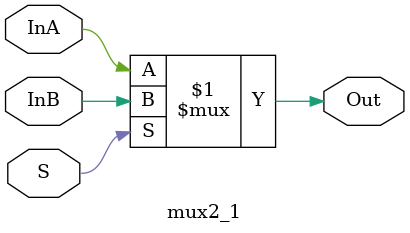
<source format=v>
module mux2_1 (InA, InB, S, Out);

input InA, InB, S;
output Out;

assign Out = S ? InB : InA;

endmodule
</source>
